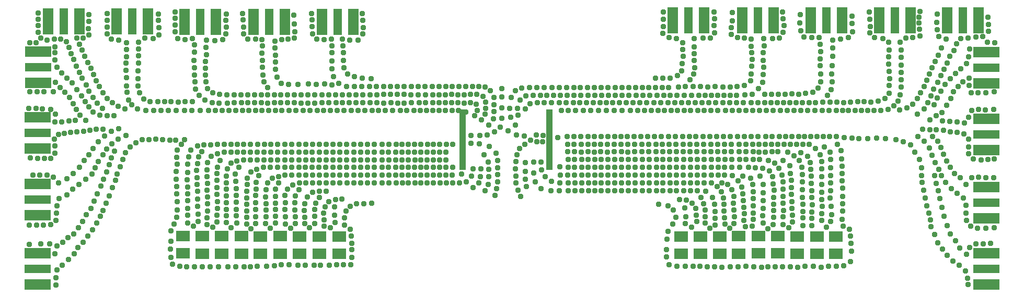
<source format=gbr>
G04 EAGLE Gerber RS-274X export*
G75*
%MOMM*%
%FSLAX34Y34*%
%LPD*%
%INSoldermask Top*%
%IPPOS*%
%AMOC8*
5,1,8,0,0,1.08239X$1,22.5*%
G01*
%ADD10R,0.991869X9.904981*%
%ADD11R,2.203200X1.803200*%
%ADD12R,0.508000X0.355600*%
%ADD13R,1.727200X4.267200*%
%ADD14R,1.473200X4.267200*%
%ADD15R,4.267200X1.727200*%
%ADD16R,4.267200X1.473200*%
%ADD17C,0.959600*%


D10*
X720937Y774047D03*
X861808Y774098D03*
D11*
X425440Y617220D03*
X425440Y589220D03*
X362460Y617200D03*
X362460Y589200D03*
X456900Y617070D03*
X456900Y589070D03*
X393630Y617160D03*
X393630Y589160D03*
X489150Y616790D03*
X489150Y588790D03*
X299260Y617220D03*
X299260Y589220D03*
X521160Y616820D03*
X521160Y588820D03*
X330660Y617220D03*
X330660Y589220D03*
X267960Y617520D03*
X267960Y589520D03*
D12*
X721360Y811530D03*
X721360Y753050D03*
X721360Y795570D03*
X721360Y757010D03*
X721360Y788610D03*
X721360Y760030D03*
X721360Y791610D03*
X721360Y750050D03*
X721360Y785610D03*
X721370Y763050D03*
X721360Y740090D03*
X721360Y808530D03*
X721360Y743090D03*
X721360Y805530D03*
X721360Y747050D03*
X721360Y801570D03*
X721360Y737090D03*
X721360Y798570D03*
D13*
X100300Y966680D03*
X49500Y966680D03*
D14*
X74900Y966680D03*
D13*
X211300Y966580D03*
X160500Y966580D03*
D14*
X185900Y966580D03*
D15*
X33520Y917300D03*
X33520Y866500D03*
D16*
X33520Y891900D03*
D13*
X321400Y965680D03*
X270600Y965680D03*
D14*
X296000Y965680D03*
D15*
X32420Y810400D03*
X32420Y759600D03*
D16*
X32420Y785000D03*
D13*
X432900Y965480D03*
X382100Y965480D03*
D14*
X407500Y965480D03*
D13*
X544000Y965680D03*
X493200Y965680D03*
D14*
X518600Y965680D03*
D15*
X32420Y702000D03*
X32420Y651200D03*
D16*
X32420Y676600D03*
D15*
X32520Y589500D03*
X32520Y538700D03*
D16*
X32520Y564100D03*
D12*
X861290Y785610D03*
D15*
X1568980Y538660D03*
X1568980Y589460D03*
D16*
X1568980Y564060D03*
D12*
X861290Y740130D03*
D11*
X1231510Y617250D03*
X1231510Y589250D03*
D12*
X861280Y788610D03*
D13*
X1112340Y968120D03*
X1061540Y968120D03*
D14*
X1086940Y968120D03*
D12*
X861290Y743130D03*
D11*
X1168140Y617180D03*
X1168140Y589180D03*
D12*
X861300Y795570D03*
D13*
X1224340Y968260D03*
X1173540Y968260D03*
D14*
X1198940Y968260D03*
D12*
X861290Y747090D03*
D11*
X1263020Y617130D03*
X1263020Y589130D03*
D12*
X861290Y791610D03*
D15*
X1568980Y646600D03*
X1568980Y697400D03*
D16*
X1568980Y672000D03*
D12*
X861290Y750090D03*
D11*
X1137310Y617040D03*
X1137310Y589040D03*
D12*
X861310Y801570D03*
D13*
X1335400Y968120D03*
X1284600Y968120D03*
D14*
X1310000Y968120D03*
D12*
X861290Y737130D03*
D11*
X1200060Y617270D03*
X1200060Y589270D03*
D12*
X861310Y805530D03*
D15*
X1569260Y865600D03*
X1569260Y916400D03*
D16*
X1569260Y891000D03*
D12*
X861290Y757050D03*
D11*
X1106190Y616930D03*
X1106190Y588930D03*
D12*
X861310Y808530D03*
D13*
X1446460Y967980D03*
X1395660Y967980D03*
D14*
X1421060Y967980D03*
D12*
X861290Y760050D03*
D11*
X1325780Y616990D03*
X1325780Y588990D03*
D12*
X861320Y811520D03*
D13*
X1556460Y968120D03*
X1505660Y968120D03*
D14*
X1531060Y968120D03*
D12*
X861290Y763050D03*
D11*
X1075100Y617030D03*
X1075100Y589030D03*
D12*
X861304Y798570D03*
D15*
X1569260Y757540D03*
X1569260Y808340D03*
D16*
X1569260Y782940D03*
D12*
X861290Y753090D03*
D11*
X1294670Y617090D03*
X1294670Y589090D03*
D17*
X703985Y860640D03*
X714716Y860585D03*
X725673Y860554D03*
X737006Y860679D03*
X746930Y860654D03*
X757022Y859338D03*
X766079Y853506D03*
X771760Y842424D03*
X772029Y830761D03*
X772012Y819593D03*
X770602Y808027D03*
X762900Y797900D03*
X751700Y806458D03*
X693491Y860513D03*
X682630Y860621D03*
X671633Y860650D03*
X660110Y860698D03*
X648527Y860706D03*
X637539Y860717D03*
X626351Y860632D03*
X615215Y860538D03*
X603921Y860534D03*
X593179Y860468D03*
X581403Y860223D03*
X569909Y860717D03*
X520600Y865400D03*
X511900Y876700D03*
X509000Y889600D03*
X508900Y901800D03*
X509100Y915500D03*
X508800Y927000D03*
X508500Y937700D03*
X526400Y937300D03*
X526900Y926600D03*
X528100Y915800D03*
X527600Y902700D03*
X528400Y891100D03*
X534700Y880800D03*
X545500Y876400D03*
X558700Y874400D03*
X572300Y873500D03*
X557604Y860428D03*
X545628Y860377D03*
X533237Y860425D03*
X757304Y815304D03*
X758154Y825198D03*
X758276Y835332D03*
X753603Y844680D03*
X743651Y847479D03*
X733387Y847580D03*
X723384Y847349D03*
X713311Y847326D03*
X703042Y847496D03*
X692678Y847377D03*
X682752Y847301D03*
X672716Y847275D03*
X660974Y847326D03*
X649242Y847377D03*
X637106Y847377D03*
X626196Y847656D03*
X615432Y847651D03*
X604357Y847560D03*
X593212Y847628D03*
X581734Y847428D03*
X740639Y813356D03*
X744644Y821731D03*
X743189Y831492D03*
X733557Y834034D03*
X723453Y833895D03*
X713113Y833968D03*
X703189Y834088D03*
X704390Y766633D03*
X704454Y728985D03*
X704390Y703758D03*
X737583Y726879D03*
X750265Y726455D03*
X763087Y726166D03*
X784563Y825581D03*
X797184Y825370D03*
X829005Y859028D03*
X809589Y824931D03*
X835391Y846541D03*
X822089Y824550D03*
X841845Y834093D03*
X880910Y821494D03*
X890623Y779379D03*
X891291Y766813D03*
X891372Y754344D03*
X891621Y741876D03*
X891515Y729366D03*
X891484Y716852D03*
X891614Y704210D03*
X848164Y737756D03*
X891611Y691355D03*
X835696Y737591D03*
X822858Y736864D03*
X570710Y847349D03*
X559544Y847288D03*
X548378Y847349D03*
X537032Y847044D03*
X526108Y846983D03*
X514761Y846925D03*
X503779Y847166D03*
X492854Y846983D03*
X480901Y847105D03*
X470040Y847105D03*
X459054Y847105D03*
X436857Y847275D03*
X426281Y847296D03*
X415795Y847225D03*
X405237Y847369D03*
X394678Y847225D03*
X383901Y847443D03*
X373035Y847019D03*
X362113Y846846D03*
X350665Y846846D03*
X339306Y847456D03*
X326984Y847982D03*
X316324Y850166D03*
X307937Y857245D03*
X305227Y868520D03*
X304439Y879119D03*
X304589Y900875D03*
X304589Y889846D03*
X714289Y821454D03*
X726156Y819031D03*
X632823Y753999D03*
X622864Y753991D03*
X612828Y753966D03*
X601086Y753999D03*
X590337Y753928D03*
X577855Y753915D03*
X566641Y753943D03*
X555788Y753915D03*
X544652Y753956D03*
X533016Y753979D03*
X521782Y753958D03*
X510738Y753956D03*
X499656Y753979D03*
X488539Y753969D03*
X477451Y753994D03*
X466535Y753991D03*
X455788Y753930D03*
X443868Y753905D03*
X433111Y753935D03*
X421036Y753918D03*
X409811Y753966D03*
X398775Y753991D03*
X376969Y753966D03*
X366392Y753986D03*
X355907Y753915D03*
X345455Y753781D03*
X334790Y753915D03*
X663191Y753963D03*
X653174Y753941D03*
X643232Y753991D03*
X694009Y753953D03*
X683722Y753925D03*
X673161Y753948D03*
X632902Y766618D03*
X622976Y766542D03*
X612940Y766516D03*
X601198Y766567D03*
X590448Y766478D03*
X577997Y766435D03*
X566651Y766615D03*
X555876Y766663D03*
X544764Y766557D03*
X533253Y766608D03*
X522018Y766425D03*
X510934Y766590D03*
X499768Y766529D03*
X488602Y766590D03*
X477538Y766567D03*
X466646Y766542D03*
X455900Y766481D03*
X444002Y766407D03*
X433222Y766486D03*
X421051Y766638D03*
X410312Y766564D03*
X399644Y766542D03*
X377081Y766516D03*
X366504Y766536D03*
X356019Y766465D03*
X345669Y766453D03*
X334902Y766465D03*
X388610Y766567D03*
X388148Y753958D03*
X694327Y766501D03*
X683806Y766445D03*
X673887Y766557D03*
X663745Y766572D03*
X653285Y766440D03*
X643362Y766559D03*
X692729Y834078D03*
X682803Y834070D03*
X672767Y834045D03*
X661025Y834095D03*
X650276Y834006D03*
X637825Y833963D03*
X626405Y833874D03*
X615726Y833877D03*
X604591Y834085D03*
X592897Y833851D03*
X581845Y833953D03*
X570761Y833984D03*
X559595Y834057D03*
X548465Y834060D03*
X537365Y834095D03*
X526473Y834070D03*
X515727Y834009D03*
X503829Y833935D03*
X493050Y834014D03*
X480952Y833874D03*
X470091Y833874D03*
X459105Y833874D03*
X436908Y834045D03*
X426331Y834065D03*
X415846Y833994D03*
X405394Y833859D03*
X394729Y833994D03*
X383952Y834001D03*
X372852Y834083D03*
X362367Y834085D03*
X350784Y834001D03*
X339636Y833910D03*
X662201Y821444D03*
X652275Y821385D03*
X642239Y821360D03*
X630497Y821411D03*
X619747Y821322D03*
X607647Y821454D03*
X595539Y821400D03*
X584944Y821446D03*
X574063Y821400D03*
X562453Y821378D03*
X551404Y821395D03*
X540233Y821433D03*
X529067Y821373D03*
X517901Y821433D03*
X506837Y821411D03*
X495945Y821385D03*
X485198Y821324D03*
X473862Y821398D03*
X462521Y821329D03*
X450629Y821451D03*
X439445Y821393D03*
X428275Y821433D03*
X406380Y821360D03*
X395803Y821380D03*
X385318Y821309D03*
X374762Y821421D03*
X364200Y821309D03*
X353423Y821317D03*
X342323Y821398D03*
X331838Y821400D03*
X320256Y821317D03*
X309108Y821312D03*
X417909Y821411D03*
X448437Y834095D03*
X692983Y821444D03*
X683024Y821431D03*
X672661Y821403D03*
X703552Y821383D03*
X448386Y847326D03*
X632877Y741449D03*
X622917Y741474D03*
X612882Y741449D03*
X601165Y741469D03*
X590403Y741459D03*
X577850Y741451D03*
X566694Y741426D03*
X555841Y741469D03*
X544675Y741462D03*
X533070Y741462D03*
X521835Y741441D03*
X510791Y741439D03*
X499709Y741462D03*
X488592Y741451D03*
X477505Y741462D03*
X466588Y741474D03*
X456019Y741421D03*
X444045Y741472D03*
X433164Y741459D03*
X421132Y741441D03*
X409865Y741449D03*
X398828Y741474D03*
X377022Y741449D03*
X366446Y741469D03*
X663245Y741446D03*
X653250Y741424D03*
X643473Y741424D03*
X694063Y741436D03*
X683776Y741429D03*
X673214Y741431D03*
X388201Y741441D03*
X633164Y703702D03*
X623265Y703715D03*
X613108Y703689D03*
X601426Y703679D03*
X590758Y703671D03*
X578137Y703666D03*
X567022Y703689D03*
X556128Y703666D03*
X544993Y703669D03*
X533357Y703725D03*
X522166Y703704D03*
X511078Y703705D03*
X499996Y703725D03*
X488879Y703666D03*
X477756Y703692D03*
X466804Y703725D03*
X456331Y703674D03*
X663428Y703699D03*
X653572Y703710D03*
X643590Y703671D03*
X694383Y703687D03*
X684098Y703677D03*
X673677Y703715D03*
X499948Y690778D03*
X488831Y690720D03*
X632884Y716483D03*
X622986Y716496D03*
X612828Y716471D03*
X601147Y716460D03*
X590479Y716453D03*
X577858Y716448D03*
X566743Y716471D03*
X555848Y716448D03*
X544713Y716450D03*
X533077Y716506D03*
X521886Y716486D03*
X510799Y716486D03*
X499717Y716506D03*
X488599Y716448D03*
X477477Y716473D03*
X466524Y716506D03*
X456052Y716455D03*
X444089Y716465D03*
X433276Y716491D03*
X663148Y716481D03*
X653293Y716491D03*
X643311Y716453D03*
X694103Y716468D03*
X683819Y716458D03*
X673397Y716496D03*
X326664Y833895D03*
X315450Y834258D03*
X303726Y838484D03*
X293825Y846277D03*
X288435Y856546D03*
X287269Y867982D03*
X286964Y879533D03*
X286591Y891370D03*
X285961Y903326D03*
X286172Y916859D03*
X286276Y928187D03*
X283444Y938571D03*
X305676Y912556D03*
X305361Y923676D03*
X306200Y935739D03*
X319380Y934865D03*
X332468Y936755D03*
X337627Y945817D03*
X338005Y956767D03*
X337627Y968347D03*
X338005Y978418D03*
X270965Y936996D03*
X259850Y938467D03*
X254818Y949269D03*
X255130Y960072D03*
X254818Y971507D03*
X254818Y981994D03*
X404825Y858586D03*
X399539Y868279D03*
X397276Y879607D03*
X396898Y891565D03*
X396519Y902894D03*
X396143Y914725D03*
X396268Y926810D03*
X395641Y937130D03*
X385196Y937509D03*
X373113Y937887D03*
X365816Y946193D03*
X365940Y957524D03*
X365313Y968726D03*
X364683Y979173D03*
X416530Y934362D03*
X416781Y922909D03*
X417535Y911705D03*
X417662Y900377D03*
X417411Y888670D03*
X420180Y875706D03*
X427098Y865510D03*
X439306Y864250D03*
X454406Y863999D03*
X471521Y864502D03*
X484104Y864377D03*
X497695Y864629D03*
X509148Y863496D03*
X427728Y936503D03*
X438300Y937384D03*
X448617Y939650D03*
X448996Y949594D03*
X448241Y962180D03*
X447736Y976279D03*
X496829Y936831D03*
X484899Y937588D03*
X477952Y946501D03*
X477197Y958286D03*
X476743Y969162D03*
X476593Y979437D03*
X558742Y979284D03*
X559044Y967804D03*
X559648Y956473D03*
X559499Y945896D03*
X551856Y936211D03*
X538216Y936318D03*
X282814Y836300D03*
X271175Y836092D03*
X260060Y835462D03*
X248735Y835673D03*
X238039Y835881D03*
X227343Y836407D03*
X214864Y836407D03*
X204272Y840600D03*
X197457Y850461D03*
X195044Y861370D03*
X195359Y873328D03*
X195463Y885810D03*
X195885Y899025D03*
X195778Y910460D03*
X195674Y921786D03*
X196304Y932172D03*
X206055Y938990D03*
X219687Y938779D03*
X229126Y944339D03*
X228707Y956612D03*
X227769Y968223D03*
X228021Y978291D03*
X145550Y979058D03*
X144920Y967834D03*
X144920Y956927D03*
X144816Y945703D03*
X152156Y937941D03*
X163901Y935634D03*
X176484Y932066D03*
X176484Y920529D03*
X176164Y909251D03*
X175989Y898324D03*
X175900Y886612D03*
X176774Y875076D03*
X176251Y861703D03*
X177038Y851129D03*
X179789Y838921D03*
X185250Y830544D03*
X194498Y824426D03*
X208232Y821411D03*
X220116Y821324D03*
X232438Y821411D03*
X244320Y821411D03*
X256903Y821411D03*
X270187Y821411D03*
X282595Y821411D03*
X295615Y821411D03*
X173660Y824098D03*
X163340Y828375D03*
X153650Y834166D03*
X145344Y841091D03*
X138046Y850278D03*
X132131Y860852D03*
X127351Y870041D03*
X123071Y880110D03*
X118542Y889930D03*
X113566Y899340D03*
X108953Y909411D03*
X104757Y919480D03*
X100249Y929444D03*
X95844Y939201D03*
X106025Y939361D03*
X115636Y944458D03*
X114981Y954730D03*
X115273Y966092D03*
X115519Y977075D03*
X79256Y933112D03*
X69820Y937570D03*
X59332Y937481D03*
X48026Y936262D03*
X37226Y938990D03*
X33660Y948746D03*
X33345Y959338D03*
X33241Y969617D03*
X33033Y980003D03*
X19835Y931365D03*
X30058Y931451D03*
X60381Y924984D03*
X60731Y915980D03*
X60818Y903920D03*
X63790Y891507D03*
X71412Y882663D03*
X79695Y874481D03*
X88715Y866196D03*
X96055Y855706D03*
X103815Y845426D03*
X109985Y836432D03*
X115395Y827369D03*
X122441Y818810D03*
X133515Y814405D03*
X144841Y812894D03*
X156040Y812767D03*
X137790Y824657D03*
X128877Y833468D03*
X122060Y843013D03*
X115453Y852978D03*
X111155Y863257D03*
X104750Y874316D03*
X100401Y883745D03*
X94963Y893534D03*
X90978Y904232D03*
X86810Y914204D03*
X83188Y923846D03*
X734245Y781281D03*
X734093Y768386D03*
X748505Y780623D03*
X748101Y767070D03*
X761098Y781685D03*
X772224Y787047D03*
X781477Y794784D03*
X784428Y808629D03*
X784763Y843839D03*
X784766Y857349D03*
X816651Y858091D03*
X806699Y853902D03*
X799236Y842736D03*
X814103Y838670D03*
X823143Y845467D03*
X829879Y832782D03*
X806214Y798251D03*
X798507Y810451D03*
X811007Y814151D03*
X749808Y714248D03*
X746760Y704088D03*
X738124Y695960D03*
X763016Y714248D03*
X762000Y701548D03*
X756920Y690880D03*
X762000Y737870D03*
X755396Y749554D03*
X735330Y715010D03*
X726948Y705866D03*
X715518Y703580D03*
X718820Y718058D03*
X163830Y791718D03*
X151892Y787400D03*
X140716Y780034D03*
X130556Y770890D03*
X121920Y760222D03*
X115316Y749808D03*
X107950Y740664D03*
X100330Y729234D03*
X90170Y719582D03*
X79756Y710946D03*
X66802Y704342D03*
X57912Y713232D03*
X47498Y716788D03*
X36068Y716534D03*
X24892Y716534D03*
X19304Y635000D03*
X30480Y635000D03*
X42164Y635508D03*
X53594Y636016D03*
X62230Y643382D03*
X63246Y654558D03*
X64008Y667004D03*
X67564Y678180D03*
X79756Y684530D03*
X89408Y693420D03*
X99568Y701294D03*
X110744Y709676D03*
X120650Y718312D03*
X125730Y728218D03*
X131064Y738632D03*
X138176Y749300D03*
X144272Y758952D03*
X153162Y767588D03*
X162814Y775208D03*
X175514Y781050D03*
X156718Y755904D03*
X152146Y744982D03*
X148336Y733298D03*
X144018Y721868D03*
X139192Y709930D03*
X134620Y698500D03*
X129286Y686562D03*
X124206Y674116D03*
X118618Y662686D03*
X111252Y652272D03*
X105664Y641350D03*
X98552Y631444D03*
X90932Y620776D03*
X270764Y774446D03*
X256413Y773303D03*
X246507Y773684D03*
X235204Y774573D03*
X224028Y774827D03*
X212852Y774446D03*
X201676Y774192D03*
X191770Y768858D03*
X182626Y762254D03*
X174752Y753364D03*
X170434Y742188D03*
X166624Y730504D03*
X161544Y718566D03*
X158750Y708406D03*
X153924Y696468D03*
X148844Y682498D03*
X143764Y671322D03*
X138430Y659384D03*
X134366Y649986D03*
X128016Y638556D03*
X121158Y627634D03*
X113538Y617220D03*
X106172Y607568D03*
X98044Y598678D03*
X91948Y589026D03*
X82296Y579120D03*
X72644Y570230D03*
X64262Y562356D03*
X61976Y549910D03*
X61976Y538226D03*
X81534Y614680D03*
X72898Y607822D03*
X63500Y601726D03*
X60452Y589026D03*
X51816Y605282D03*
X37846Y605282D03*
X18796Y604266D03*
X773684Y684022D03*
X776224Y694690D03*
X777494Y705866D03*
X777748Y717804D03*
X777748Y728726D03*
X777748Y740664D03*
X775208Y752094D03*
X764032Y763016D03*
X814832Y681990D03*
X810514Y692150D03*
X806958Y703580D03*
X806958Y715010D03*
X806450Y726440D03*
X807466Y738378D03*
X808736Y749554D03*
X813562Y759968D03*
X821436Y766826D03*
X831088Y773176D03*
X821182Y779780D03*
X808482Y781558D03*
X794258Y788670D03*
X851154Y781050D03*
X840232Y781558D03*
X840740Y770890D03*
X850646Y770890D03*
X323850Y766572D03*
X313182Y766064D03*
X302006Y765556D03*
X291338Y764032D03*
X280924Y757682D03*
X277622Y745998D03*
X275590Y734314D03*
X275336Y720852D03*
X275082Y708914D03*
X275590Y697484D03*
X275844Y685800D03*
X275590Y674878D03*
X275336Y662432D03*
X275844Y651256D03*
X275336Y638810D03*
X284734Y633476D03*
X292100Y641350D03*
X292100Y653034D03*
X291338Y665480D03*
X291592Y677672D03*
X291338Y690626D03*
X291084Y701548D03*
X290576Y712216D03*
X289814Y724662D03*
X291592Y735076D03*
X293624Y745998D03*
X298450Y755142D03*
X323850Y751586D03*
X313944Y746760D03*
X307848Y737108D03*
X306832Y725424D03*
X307086Y714248D03*
X307340Y703072D03*
X306832Y692150D03*
X307340Y680974D03*
X307340Y670052D03*
X307340Y658622D03*
X307086Y647446D03*
X306578Y636270D03*
X315976Y631952D03*
X323088Y640080D03*
X322834Y651256D03*
X323850Y662686D03*
X323596Y673608D03*
X323088Y685546D03*
X322580Y696468D03*
X322580Y707898D03*
X322834Y718820D03*
X323596Y729488D03*
X328168Y740664D03*
X354838Y739902D03*
X345440Y735838D03*
X339852Y726440D03*
X338582Y715010D03*
X338328Y704342D03*
X338582Y693928D03*
X338328Y682498D03*
X338074Y671830D03*
X338328Y661162D03*
X338074Y650494D03*
X338074Y639572D03*
X345948Y630936D03*
X354838Y638810D03*
X354584Y650240D03*
X354330Y661162D03*
X354330Y672338D03*
X354584Y684022D03*
X354330Y694944D03*
X353568Y706374D03*
X352806Y718058D03*
X358140Y729488D03*
X387350Y726186D03*
X377698Y721614D03*
X372110Y711962D03*
X372110Y701294D03*
X371094Y690372D03*
X371348Y679704D03*
X371348Y669036D03*
X371348Y658622D03*
X370840Y648208D03*
X371094Y637032D03*
X378206Y629666D03*
X385572Y637540D03*
X385826Y648970D03*
X385826Y660400D03*
X385826Y671830D03*
X385826Y683514D03*
X386080Y693928D03*
X386842Y704850D03*
X390906Y716026D03*
X422910Y713994D03*
X412750Y711708D03*
X405130Y703834D03*
X402590Y693166D03*
X401828Y680974D03*
X402590Y670306D03*
X402336Y659892D03*
X402590Y649224D03*
X402082Y637794D03*
X409448Y630428D03*
X417830Y638810D03*
X417576Y649478D03*
X417576Y660400D03*
X417576Y670560D03*
X417830Y682244D03*
X417576Y693674D03*
X422656Y703580D03*
X445770Y700532D03*
X437642Y694182D03*
X433070Y683514D03*
X433832Y671576D03*
X433324Y660654D03*
X433578Y649224D03*
X433578Y637032D03*
X441960Y630428D03*
X450088Y637540D03*
X450088Y648716D03*
X449326Y660146D03*
X448818Y671576D03*
X449834Y682498D03*
X455930Y692658D03*
X477774Y688340D03*
X469646Y681228D03*
X465074Y670306D03*
X464566Y659384D03*
X464820Y648462D03*
X464820Y637794D03*
X472948Y631190D03*
X481076Y637794D03*
X481076Y649478D03*
X481330Y660400D03*
X483108Y670814D03*
X488696Y680212D03*
X525526Y677926D03*
X514858Y677164D03*
X503936Y673608D03*
X498094Y665226D03*
X496062Y654558D03*
X496316Y644144D03*
X496570Y633476D03*
X506476Y631444D03*
X514350Y639572D03*
X513588Y651256D03*
X513842Y664972D03*
X573278Y670814D03*
X561086Y670306D03*
X549148Y670052D03*
X538734Y666242D03*
X532130Y657860D03*
X529844Y647446D03*
X529336Y635762D03*
X539242Y628396D03*
X540258Y617220D03*
X541274Y606044D03*
X541020Y595376D03*
X541020Y583184D03*
X539496Y571246D03*
X528066Y570738D03*
X516890Y570738D03*
X504698Y570484D03*
X490220Y570484D03*
X480060Y570230D03*
X466344Y570484D03*
X453898Y570484D03*
X440182Y570738D03*
X427228Y570738D03*
X415798Y568960D03*
X403606Y568706D03*
X387858Y568452D03*
X377190Y567436D03*
X366776Y567436D03*
X353060Y567944D03*
X341122Y567944D03*
X325882Y567944D03*
X312166Y567690D03*
X299212Y567690D03*
X286512Y567944D03*
X273812Y567944D03*
X262636Y568198D03*
X251206Y572008D03*
X248412Y583184D03*
X247904Y596392D03*
X248666Y609092D03*
X248412Y626110D03*
X253492Y637286D03*
X257556Y648462D03*
X258318Y660146D03*
X258572Y673354D03*
X258064Y686054D03*
X257810Y698246D03*
X257048Y710184D03*
X257302Y722630D03*
X258572Y734314D03*
X257556Y745490D03*
X258572Y757428D03*
X265176Y766826D03*
X110414Y805790D03*
X101498Y814070D03*
X95072Y823163D03*
X90094Y832942D03*
X84328Y842391D03*
X76454Y850951D03*
X69291Y859003D03*
X61163Y867461D03*
X19583Y851814D03*
X31445Y852094D03*
X42291Y851738D03*
X57937Y852449D03*
X17831Y824992D03*
X29972Y824916D03*
X40107Y824027D03*
X53391Y823341D03*
X61417Y815289D03*
X60300Y802970D03*
X71831Y803326D03*
X82931Y804545D03*
X93599Y805688D03*
X138582Y791337D03*
X127584Y790905D03*
X117272Y789686D03*
X106705Y788187D03*
X96114Y787248D03*
X85725Y786359D03*
X75946Y784784D03*
X66497Y782777D03*
X59411Y775081D03*
X60706Y764337D03*
X60503Y752170D03*
X53696Y743356D03*
X43409Y743687D03*
X32918Y743585D03*
X20345Y744423D03*
X632579Y729005D03*
X622681Y729018D03*
X612524Y728993D03*
X600842Y728983D03*
X590174Y728975D03*
X577553Y728970D03*
X566438Y728993D03*
X555544Y728970D03*
X544408Y728972D03*
X532773Y729028D03*
X521581Y729008D03*
X510494Y729008D03*
X499412Y729028D03*
X488295Y728970D03*
X477172Y728995D03*
X466220Y729028D03*
X455747Y728978D03*
X443784Y728988D03*
X432971Y729013D03*
X420870Y728995D03*
X409567Y728932D03*
X398531Y728957D03*
X662843Y729003D03*
X652988Y729013D03*
X643006Y728975D03*
X693798Y728990D03*
X683514Y728980D03*
X673092Y729018D03*
X1011898Y859049D03*
X1022528Y859045D03*
X1033485Y859015D03*
X1044715Y859037D03*
X1054792Y859013D03*
X1001454Y858974D03*
X990340Y859031D03*
X979394Y859009D03*
X967871Y858980D03*
X956312Y858988D03*
X945249Y859051D03*
X934137Y858991D03*
X922976Y859023D03*
X911656Y858969D03*
X900957Y858997D03*
X889290Y859014D03*
X877263Y858999D03*
X865364Y859040D03*
X853388Y858990D03*
X840998Y859038D03*
X1164628Y846564D03*
X1154524Y846562D03*
X1144273Y846564D03*
X1134003Y846557D03*
X1123818Y846564D03*
X1113714Y846564D03*
X1103678Y846539D03*
X1092037Y846539D03*
X1080204Y846564D03*
X1068194Y846539D03*
X1057321Y846554D03*
X1046495Y846559D03*
X1035573Y846569D03*
X1024225Y846562D03*
X1012822Y846564D03*
X1001672Y846562D03*
X990506Y846552D03*
X979340Y846562D03*
X968197Y846562D03*
X957222Y846551D03*
X945901Y846569D03*
X934791Y846531D03*
X923790Y846551D03*
X912040Y846546D03*
X901103Y846546D03*
X890169Y846549D03*
X867819Y846539D03*
X857242Y846559D03*
X846757Y846539D03*
X879246Y846539D03*
X704378Y716486D03*
X1398133Y821555D03*
X1346045Y821563D03*
X1336119Y821487D03*
X1326083Y821461D03*
X1314341Y821512D03*
X1303625Y821456D03*
X1291491Y821555D03*
X1279383Y821502D03*
X1268788Y821548D03*
X1257907Y821502D03*
X1246297Y821479D03*
X1235248Y821497D03*
X1224077Y821535D03*
X1212911Y821474D03*
X1201745Y821535D03*
X1190681Y821512D03*
X1179789Y821487D03*
X1169043Y821459D03*
X1157707Y821499D03*
X1146825Y821550D03*
X1134473Y821553D03*
X1123290Y821494D03*
X1112119Y821535D03*
X1090224Y821461D03*
X1079647Y821482D03*
X1069162Y821436D03*
X1058606Y821522D03*
X1048121Y821487D03*
X1037318Y821444D03*
X1026168Y821499D03*
X1015683Y821502D03*
X1004151Y821520D03*
X992901Y821530D03*
X1101753Y821512D03*
X1376827Y821545D03*
X1366868Y821533D03*
X1356505Y821505D03*
X1387396Y821484D03*
X892076Y821512D03*
X903943Y821461D03*
X916282Y821512D03*
X928164Y821512D03*
X940747Y821512D03*
X954032Y821512D03*
X966440Y821512D03*
X979460Y821512D03*
X1271431Y834051D03*
X1261403Y834013D03*
X1251012Y834138D03*
X1241063Y834003D03*
X1230603Y834061D03*
X1220677Y834036D03*
X1210641Y834061D03*
X1198899Y834011D03*
X1188073Y834023D03*
X1175673Y834031D03*
X1164253Y834044D03*
X1153600Y834046D03*
X1142465Y834000D03*
X1130796Y834046D03*
X1119745Y834021D03*
X1108635Y834033D03*
X1097317Y834089D03*
X1086303Y834033D03*
X1075239Y834011D03*
X1064322Y834010D03*
X1053550Y834026D03*
X1041678Y834028D03*
X1030949Y834005D03*
X1018978Y833993D03*
X1007964Y833993D03*
X996954Y833993D03*
X974858Y834061D03*
X964205Y834031D03*
X953771Y834061D03*
X943268Y834028D03*
X932603Y834011D03*
X921825Y834018D03*
X910726Y833998D03*
X900241Y834000D03*
X888633Y833993D03*
X877155Y834104D03*
X986311Y834011D03*
X864615Y834115D03*
X853248Y834071D03*
X1282570Y766658D03*
X1211031Y766846D03*
X1201029Y766821D03*
X1190993Y766796D03*
X1179378Y766796D03*
X1168502Y766834D03*
X1156051Y766790D03*
X1144704Y766793D03*
X1133930Y766765D03*
X1122817Y766785D03*
X1111407Y766785D03*
X1100071Y766780D03*
X1089038Y766793D03*
X1077796Y766808D03*
X1066655Y766844D03*
X1055693Y766846D03*
X1044674Y766821D03*
X1033953Y766836D03*
X1022055Y766762D03*
X1011276Y766841D03*
X999129Y766816D03*
X988365Y766844D03*
X977748Y766846D03*
X955134Y766821D03*
X944557Y766816D03*
X934072Y766821D03*
X923722Y766808D03*
X912955Y766821D03*
X966663Y766846D03*
X1272380Y766856D03*
X1261859Y766801D03*
X1252017Y766785D03*
X1241849Y766801D03*
X1231339Y766796D03*
X1221466Y766813D03*
X901624Y766826D03*
X1325865Y779257D03*
X1315403Y779234D03*
X1305291Y779358D03*
X1295100Y779358D03*
X1254242Y779292D03*
X1244316Y779267D03*
X1234280Y779394D03*
X1222538Y779394D03*
X1211788Y779356D03*
X1199337Y779313D03*
X1188019Y779275D03*
X1177239Y779277D03*
X1166104Y779402D03*
X1154206Y779379D03*
X1143358Y779302D03*
X1132274Y779366D03*
X1121108Y779407D03*
X1109957Y779399D03*
X1098878Y779409D03*
X1088022Y779402D03*
X1077239Y779358D03*
X1065342Y779285D03*
X1054562Y779363D03*
X1042464Y779275D03*
X1031705Y779325D03*
X1020592Y779275D03*
X998421Y779394D03*
X987844Y779414D03*
X977359Y779343D03*
X966907Y779259D03*
X956241Y779343D03*
X945464Y779351D03*
X934364Y779381D03*
X923897Y779384D03*
X912297Y779351D03*
X901149Y779259D03*
X1009950Y779412D03*
X1284889Y779371D03*
X1274625Y779318D03*
X1264930Y779361D03*
X1211285Y754324D03*
X1201257Y754324D03*
X1191222Y754350D03*
X1179606Y754350D03*
X1168730Y754362D03*
X1156279Y754344D03*
X1144933Y754347D03*
X1134133Y754344D03*
X1123046Y754339D03*
X1111636Y754339D03*
X1100300Y754334D03*
X1089266Y754347D03*
X1078024Y754362D03*
X1066935Y754347D03*
X1055921Y754350D03*
X1044903Y754350D03*
X1034181Y754365D03*
X1022360Y754367D03*
X1011479Y754344D03*
X999510Y754339D03*
X988593Y754322D03*
X977976Y754349D03*
X955363Y754324D03*
X944786Y754344D03*
X934326Y754324D03*
X923950Y754362D03*
X913133Y754324D03*
X966815Y754349D03*
X1231567Y754350D03*
X1221694Y754367D03*
X901827Y754329D03*
X1072007Y676859D03*
X1083361Y676148D03*
X1092886Y671347D03*
X1098474Y662076D03*
X1099541Y651586D03*
X1099871Y641274D03*
X1091667Y631571D03*
X1081964Y637515D03*
X1082065Y648614D03*
X1080567Y663296D03*
X1106703Y680517D03*
X1110894Y670382D03*
X1113434Y659892D03*
X1113942Y648792D03*
X1113688Y638480D03*
X1121461Y630606D03*
X1130122Y635508D03*
X1129843Y646354D03*
X1129843Y657784D03*
X1129157Y669239D03*
X1125830Y680517D03*
X1114476Y690220D03*
X1132865Y697941D03*
X1139850Y689381D03*
X1143432Y679475D03*
X1144092Y669163D03*
X1144219Y658292D03*
X1145057Y647319D03*
X1145540Y637184D03*
X1153135Y630072D03*
X1160475Y637845D03*
X1160780Y649199D03*
X1160297Y659816D03*
X1159866Y670560D03*
X1160170Y681965D03*
X1156792Y692734D03*
X1150544Y701777D03*
X1140841Y703809D03*
X1157732Y715467D03*
X1167130Y707314D03*
X1173048Y696824D03*
X1174928Y686181D03*
X1175156Y675411D03*
X1176528Y664108D03*
X1176833Y653771D03*
X1176452Y642925D03*
X1179297Y632714D03*
X1190015Y633298D03*
X1191539Y644373D03*
X1191971Y655091D03*
X1191616Y666725D03*
X1191463Y678459D03*
X1191235Y689534D03*
X1190574Y701396D03*
X1187171Y711378D03*
X1175029Y715315D03*
X1183970Y729005D03*
X1195400Y728142D03*
X1206983Y727558D03*
X1217676Y723697D03*
X1223061Y713943D03*
X1224229Y702564D03*
X1225245Y691947D03*
X1224559Y680085D03*
X1224915Y669163D03*
X1224737Y658851D03*
X1224864Y647675D03*
X1223645Y636219D03*
X1215441Y629844D03*
X1208049Y639064D03*
X1206830Y650291D03*
X1207567Y662737D03*
X1208075Y675361D03*
X1207973Y687680D03*
X1208075Y701497D03*
X1202665Y715035D03*
X1216000Y740766D03*
X1226693Y736371D03*
X1233348Y727685D03*
X1238123Y716610D03*
X1239774Y705409D03*
X1239774Y693572D03*
X1239647Y682244D03*
X1240155Y670535D03*
X1240536Y659079D03*
X1240155Y648640D03*
X1240155Y636422D03*
X1249451Y631393D03*
X1255497Y640207D03*
X1254735Y651408D03*
X1254633Y662229D03*
X1254506Y673557D03*
X1253490Y685140D03*
X1253363Y696468D03*
X1253617Y707796D03*
X1252093Y719379D03*
X1250848Y731571D03*
X1240028Y740131D03*
X1247699Y753974D03*
X1257402Y747700D03*
X1266063Y740512D03*
X1270102Y729183D03*
X1271118Y717220D03*
X1270991Y705409D03*
X1271346Y692937D03*
X1270991Y680593D03*
X1271854Y669265D03*
X1272362Y657555D03*
X1271981Y646862D03*
X1272108Y634644D03*
X1286459Y634898D03*
X1286332Y646100D03*
X1286713Y656819D03*
X1287475Y668757D03*
X1286078Y680212D03*
X1286332Y691312D03*
X1285570Y703377D03*
X1285316Y714705D03*
X1284935Y725653D03*
X1284326Y736981D03*
X1279652Y747446D03*
X1268578Y752856D03*
X1292123Y759765D03*
X1299921Y749452D03*
X1302309Y738251D03*
X1302690Y726415D03*
X1302563Y713715D03*
X1302817Y701370D03*
X1302436Y688416D03*
X1302563Y676707D03*
X1303198Y665505D03*
X1302436Y653796D03*
X1302944Y642849D03*
X1309853Y632257D03*
X1317295Y641198D03*
X1318666Y652272D03*
X1317930Y665759D03*
X1316406Y679348D03*
X1316787Y691413D03*
X1317295Y704266D03*
X1317041Y715975D03*
X1316787Y728294D03*
X1317295Y741655D03*
X1316279Y753491D03*
X1306728Y762660D03*
X1328039Y766801D03*
X1333475Y756107D03*
X1334389Y743052D03*
X1335278Y730707D03*
X1335837Y718922D03*
X1335837Y706958D03*
X1336751Y695350D03*
X1336751Y682295D03*
X1336370Y670331D03*
X1336192Y658368D03*
X1335837Y644957D03*
X1337462Y633527D03*
X1347699Y628777D03*
X1349426Y617245D03*
X1349654Y605485D03*
X1351178Y592658D03*
X1349426Y576123D03*
X1337894Y569163D03*
X1326159Y568731D03*
X1313967Y568071D03*
X1302029Y566979D03*
X1288974Y568071D03*
X1275486Y568731D03*
X1263752Y567207D03*
X1251788Y567411D03*
X1239393Y567868D03*
X1227201Y567868D03*
X1215669Y567868D03*
X1204798Y567207D03*
X1192632Y567639D03*
X1179373Y568300D03*
X1167181Y567411D03*
X1154125Y567411D03*
X1140866Y567207D03*
X1128700Y567868D03*
X1116940Y567868D03*
X1105205Y568071D03*
X1094537Y568503D03*
X1081507Y568300D03*
X1067791Y568731D03*
X1055116Y570967D03*
X1051128Y583311D03*
X1051128Y595808D03*
X1052043Y612673D03*
X1054024Y625196D03*
X1061085Y636778D03*
X1066521Y647675D03*
X1062177Y659994D03*
X1053287Y667080D03*
X1038250Y669595D03*
X822884Y722986D03*
X822858Y710235D03*
X824459Y698170D03*
X877672Y690931D03*
X863600Y690956D03*
X847598Y694512D03*
X838606Y705256D03*
X835635Y719760D03*
X849097Y725018D03*
X854329Y713994D03*
X864641Y706399D03*
X878357Y704113D03*
X879323Y716839D03*
X878103Y730606D03*
X875284Y777570D03*
X1123706Y704200D03*
X1112297Y704225D03*
X1100960Y704195D03*
X1089927Y704233D03*
X1078685Y704223D03*
X1067595Y704157D03*
X1056607Y704210D03*
X1045563Y704235D03*
X1034816Y704200D03*
X1023021Y704228D03*
X1012139Y704205D03*
X1000171Y704225D03*
X989254Y704233D03*
X978662Y704210D03*
X956023Y704235D03*
X945421Y704230D03*
X934987Y704235D03*
X924560Y704223D03*
X913793Y704235D03*
X967476Y704235D03*
X902513Y704215D03*
X1145492Y716831D03*
X1134641Y716854D03*
X1123554Y716824D03*
X1112144Y716849D03*
X1100808Y716818D03*
X1089774Y716857D03*
X1078532Y716846D03*
X1067443Y716780D03*
X1056455Y716834D03*
X1045411Y716859D03*
X1034664Y716824D03*
X1022868Y716852D03*
X1011987Y716829D03*
X1000018Y716848D03*
X989101Y716857D03*
X978510Y716834D03*
X955871Y716859D03*
X945269Y716854D03*
X934834Y716859D03*
X924408Y716846D03*
X913641Y716859D03*
X967323Y716859D03*
X902360Y716839D03*
X1169213Y729419D03*
X1156762Y729402D03*
X1145416Y729404D03*
X1134615Y729402D03*
X1123528Y729397D03*
X1112119Y729397D03*
X1100783Y729391D03*
X1089749Y729404D03*
X1078507Y729419D03*
X1067417Y729404D03*
X1056404Y729407D03*
X1045385Y729407D03*
X1034664Y729422D03*
X1022843Y729425D03*
X1011961Y729402D03*
X999993Y729396D03*
X989076Y729379D03*
X978459Y729407D03*
X955845Y729381D03*
X945269Y729402D03*
X934809Y729381D03*
X924382Y729369D03*
X913615Y729381D03*
X967298Y729407D03*
X902310Y729386D03*
X1201842Y741903D03*
X1191806Y741929D03*
X1180191Y741929D03*
X1169314Y741891D03*
X1156863Y741924D03*
X1145517Y741926D03*
X1134717Y741924D03*
X1123630Y741919D03*
X1112220Y741919D03*
X1100884Y741914D03*
X1089851Y741926D03*
X1078608Y741909D03*
X1067519Y741926D03*
X1056505Y741929D03*
X1045487Y741929D03*
X1034766Y741909D03*
X1022960Y741878D03*
X1012063Y741924D03*
X1000094Y741918D03*
X989178Y741901D03*
X978560Y741929D03*
X955947Y741904D03*
X945370Y741924D03*
X934911Y741904D03*
X924484Y741891D03*
X913717Y741904D03*
X967400Y741929D03*
X902411Y741909D03*
X1070153Y859638D03*
X1081938Y860908D03*
X1094080Y860171D03*
X1106221Y860349D03*
X1118362Y859993D03*
X1130148Y860171D03*
X1142111Y859993D03*
X1154074Y859993D03*
X1165657Y860171D03*
X1177265Y862355D03*
X1187399Y869975D03*
X1188491Y881024D03*
X1188847Y893343D03*
X1189761Y904240D03*
X1189228Y915848D03*
X1188314Y926160D03*
X1188136Y937412D03*
X1177265Y939038D03*
X1166012Y940130D03*
X1156411Y944855D03*
X1156411Y956081D03*
X1157351Y967664D03*
X1157656Y980491D03*
X1239342Y981710D03*
X1240104Y970813D03*
X1241476Y959790D03*
X1240104Y948309D03*
X1234059Y938936D03*
X1222731Y938200D03*
X1208405Y938352D03*
X1209446Y926414D03*
X1207795Y915391D03*
X1208100Y902995D03*
X1208253Y892277D03*
X1207795Y879881D03*
X1206576Y867181D03*
X1199947Y856920D03*
X1177696Y846684D03*
X1189533Y848208D03*
X1209878Y848106D03*
X1220953Y848233D03*
X1232027Y847954D03*
X1243025Y847954D03*
X1254227Y848462D03*
X1265504Y848233D03*
X1276502Y849655D03*
X1288136Y850875D03*
X1296746Y857809D03*
X1300658Y868553D03*
X1301115Y881075D03*
X1300353Y894080D03*
X1300201Y905866D03*
X1300810Y917499D03*
X1300048Y928827D03*
X1298245Y940003D03*
X1286154Y939851D03*
X1273480Y941070D03*
X1268730Y950849D03*
X1267384Y963524D03*
X1268222Y977392D03*
X1320063Y935787D03*
X1333119Y937768D03*
X1345971Y940308D03*
X1352677Y949731D03*
X1351407Y963168D03*
X1351610Y974776D03*
X1320622Y923265D03*
X1320241Y909853D03*
X1319708Y894258D03*
X1318971Y881024D03*
X1319352Y867969D03*
X1317904Y855447D03*
X1311910Y846201D03*
X1281913Y834034D03*
X1292454Y834619D03*
X1304544Y835000D03*
X1316406Y835000D03*
X1327125Y835127D03*
X1337970Y834619D03*
X1348740Y835279D03*
X1360678Y836016D03*
X1370965Y836219D03*
X1382471Y835355D03*
X1393977Y836600D03*
X1405026Y840816D03*
X1411808Y849706D03*
X1412088Y862508D03*
X1412900Y873455D03*
X1411554Y885393D03*
X1410538Y897103D03*
X1410792Y908812D03*
X1411427Y920267D03*
X1410665Y932612D03*
X1401724Y938759D03*
X1388389Y940283D03*
X1380465Y947572D03*
X1381227Y958037D03*
X1380719Y969493D03*
X1379576Y981685D03*
X1429918Y932358D03*
X1438605Y939267D03*
X1449680Y940410D03*
X1461872Y942416D03*
X1460627Y953618D03*
X1459738Y963828D03*
X1460373Y972998D03*
X1461364Y982574D03*
X1431417Y919505D03*
X1430934Y907669D03*
X1431163Y894969D03*
X1431036Y883133D03*
X1430960Y871855D03*
X1431163Y859587D03*
X1429690Y846988D03*
X1426439Y837032D03*
X1419098Y829158D03*
X1409776Y822985D03*
X1429080Y822655D03*
X1440282Y826237D03*
X1449832Y831799D03*
X1457173Y841019D03*
X1462837Y850367D03*
X1468603Y860425D03*
X1472692Y870814D03*
X1476883Y881304D03*
X1481074Y891362D03*
X1486002Y901344D03*
X1491056Y911403D03*
X1496670Y923239D03*
X1504213Y937285D03*
X1491996Y942111D03*
X1489583Y952551D03*
X1489126Y964336D03*
X1489735Y978535D03*
X1520698Y930021D03*
X1527480Y938352D03*
X1539723Y939698D03*
X1552245Y940613D03*
X1563421Y941527D03*
X1572336Y950138D03*
X1572946Y961009D03*
X1572184Y972947D03*
X1516761Y918845D03*
X1510106Y909498D03*
X1506042Y898296D03*
X1500759Y888492D03*
X1495781Y878662D03*
X1490091Y867359D03*
X1484122Y856336D03*
X1479728Y845210D03*
X1474470Y834517D03*
X1468196Y823824D03*
X1457071Y815315D03*
X1484325Y831164D03*
X1489786Y842061D03*
X1495450Y852983D03*
X1502054Y864108D03*
X1510538Y873633D03*
X1519149Y881609D03*
X1528166Y889381D03*
X1537310Y897560D03*
X1540459Y908888D03*
X1541831Y921868D03*
X1582750Y931697D03*
X1570660Y932307D03*
X1540916Y873989D03*
X1541221Y862203D03*
X1544549Y850570D03*
X1555725Y850570D03*
X1568704Y850570D03*
X1582141Y851764D03*
X1531569Y868248D03*
X1523263Y860247D03*
X1515694Y852068D03*
X1511783Y841350D03*
X1505128Y830478D03*
X1497279Y818540D03*
X1488364Y813410D03*
X1477493Y806450D03*
X1498041Y804951D03*
X1509801Y804189D03*
X1521435Y803123D03*
X1533373Y801014D03*
X1540307Y810692D03*
X1545158Y821868D03*
X1556639Y823366D03*
X1567942Y822630D03*
X1581252Y823062D03*
X1582064Y742950D03*
X1571574Y742213D03*
X1560576Y741375D03*
X1547978Y742645D03*
X1540739Y751129D03*
X1540434Y762559D03*
X1540129Y774725D03*
X1532458Y783234D03*
X1521460Y785952D03*
X1510767Y786994D03*
X1499743Y789102D03*
X1488313Y790346D03*
X1477518Y790346D03*
X1465783Y791312D03*
X1482344Y779653D03*
X1490523Y771474D03*
X1495755Y761822D03*
X1499946Y750926D03*
X1504569Y739902D03*
X1510665Y729513D03*
X1518006Y719557D03*
X1526946Y712191D03*
X1536243Y701243D03*
X1545184Y712318D03*
X1556385Y712953D03*
X1568475Y712318D03*
X1580794Y712445D03*
X1581988Y631063D03*
X1568704Y630606D03*
X1554963Y630606D03*
X1543787Y633933D03*
X1536852Y642976D03*
X1536548Y655218D03*
X1535938Y667918D03*
X1531849Y679704D03*
X1522044Y686943D03*
X1512672Y694512D03*
X1503020Y704926D03*
X1496670Y715950D03*
X1492606Y726237D03*
X1486662Y736854D03*
X1480998Y748563D03*
X1476858Y760527D03*
X1468298Y771474D03*
X1458468Y779653D03*
X1485036Y715797D03*
X1487907Y703275D03*
X1491234Y691337D03*
X1493495Y678485D03*
X1496974Y664134D03*
X1500607Y649478D03*
X1505433Y634517D03*
X1511173Y621233D03*
X1519174Y609752D03*
X1525676Y597967D03*
X1537157Y588137D03*
X1541831Y598881D03*
X1552702Y605053D03*
X1564183Y604926D03*
X1576095Y605663D03*
X1539265Y538886D03*
X1538961Y549021D03*
X1535328Y560959D03*
X1524914Y570179D03*
X1514805Y576961D03*
X1506042Y586181D03*
X1497889Y596316D03*
X1490193Y606730D03*
X1485036Y619709D03*
X1479753Y632866D03*
X1478407Y643585D03*
X1475842Y655066D03*
X1472819Y666394D03*
X1469949Y679094D03*
X1467841Y692074D03*
X1465224Y704418D03*
X1464335Y716204D03*
X1464132Y728726D03*
X1460881Y742315D03*
X1453642Y753745D03*
X1446733Y765531D03*
X1434592Y770788D03*
X1422451Y773862D03*
X1405966Y776224D03*
X1391869Y776529D03*
X1376782Y776097D03*
X1363040Y776097D03*
X1351255Y776681D03*
X1338555Y777748D03*
X1032993Y874420D03*
X1045185Y873989D03*
X1056716Y874420D03*
X1068451Y878332D03*
X1075842Y886155D03*
X1076706Y897484D03*
X1077798Y910082D03*
X1077595Y920750D03*
X1077138Y932078D03*
X1067359Y938606D03*
X1054964Y940130D03*
X1045108Y947191D03*
X1046353Y957529D03*
X1046226Y969493D03*
X1046353Y981685D03*
X1128014Y981812D03*
X1128776Y970610D03*
X1128522Y959663D03*
X1128903Y947572D03*
X1122375Y939394D03*
X1110539Y939013D03*
X1096061Y938149D03*
X1096061Y925170D03*
X1096315Y914095D03*
X1096315Y903275D03*
X1096950Y891438D03*
X1095426Y880999D03*
X1088898Y871169D03*
X1100960Y691342D03*
X1089927Y691380D03*
X1078685Y691370D03*
X1067595Y691304D03*
X1056607Y691358D03*
X1045563Y691383D03*
X1034816Y691347D03*
X1023021Y691375D03*
X1012139Y691352D03*
X1000171Y691372D03*
X989254Y691380D03*
X978662Y691357D03*
X956023Y691383D03*
X945421Y691378D03*
X934987Y691383D03*
X924560Y691370D03*
X913793Y691383D03*
X967476Y691383D03*
X902513Y691363D03*
M02*

</source>
